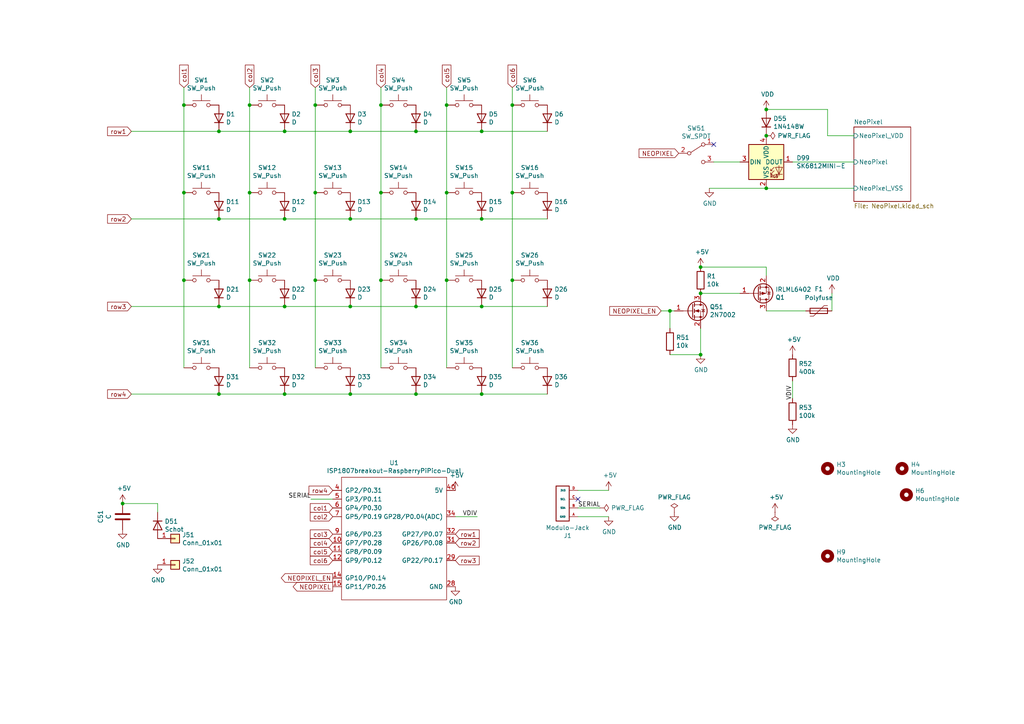
<source format=kicad_sch>
(kicad_sch (version 20211123) (generator eeschema)
  (paper "A4")
  (junction (at 139.7 63.5))
  (junction (at 101.6 114.3))
  (junction (at 120.65 88.9))
  (junction (at 203.2 85.09))
  (junction (at 120.65 63.5))
  (junction (at 101.6 38.1))
  (junction (at 82.55 88.9))
  (junction (at 72.39 81.28))
  (junction (at 82.55 114.3))
  (junction (at 91.44 55.88))
  (junction (at 222.25 54.61))
  (junction (at 72.39 30.48))
  (junction (at 101.6 63.5))
  (junction (at 63.5 38.1))
  (junction (at 110.49 55.88))
  (junction (at 129.54 55.88))
  (junction (at 63.5 114.3))
  (junction (at 120.65 114.3))
  (junction (at 72.39 55.88))
  (junction (at 194.31 90.17))
  (junction (at 139.7 88.9))
  (junction (at 120.65 38.1))
  (junction (at 203.2 102.87))
  (junction (at 53.34 81.28))
  (junction (at 203.2 77.47))
  (junction (at 53.34 30.48))
  (junction (at 63.5 88.9))
  (junction (at 63.5 63.5))
  (junction (at 129.54 81.28))
  (junction (at 110.49 30.48))
  (junction (at 82.55 38.1))
  (junction (at 148.59 30.48))
  (junction (at 91.44 30.48))
  (junction (at 82.55 63.5))
  (junction (at 35.56 146.05))
  (junction (at 148.59 81.28))
  (junction (at 53.34 55.88))
  (junction (at 101.6 88.9))
  (junction (at 91.44 81.28))
  (junction (at 222.25 31.75))
  (junction (at 148.59 55.88))
  (junction (at 110.49 81.28))
  (junction (at 222.25 39.37))
  (junction (at 129.54 30.48))
  (junction (at 139.7 114.3))
  (junction (at 139.7 38.1))
  (no_connect (at 167.64 144.78))
  (no_connect (at 207.01 41.91))
  (wire (pts (xy 240.03 31.75) (xy 240.03 39.37)))
  (wire (pts (xy 45.72 148.59) (xy 45.72 146.05)))
  (wire (pts (xy 203.2 85.09) (xy 214.63 85.09)))
  (wire (pts (xy 110.49 55.88) (xy 110.49 30.48)))
  (wire (pts (xy 101.6 88.9) (xy 82.55 88.9)))
  (wire (pts (xy 173.99 147.32) (xy 167.64 147.32)))
  (wire (pts (xy 167.64 149.86) (xy 176.53 149.86)))
  (wire (pts (xy 72.39 30.48) (xy 72.39 25.4)))
  (wire (pts (xy 91.44 55.88) (xy 91.44 81.28)))
  (wire (pts (xy 229.87 46.99) (xy 247.65 46.99)))
  (wire (pts (xy 53.34 30.48) (xy 53.34 55.88)))
  (wire (pts (xy 194.31 90.17) (xy 191.77 90.17)))
  (wire (pts (xy 110.49 30.48) (xy 110.49 25.4)))
  (wire (pts (xy 110.49 81.28) (xy 110.49 55.88)))
  (wire (pts (xy 35.56 146.05) (xy 45.72 146.05)))
  (wire (pts (xy 148.59 81.28) (xy 148.59 55.88)))
  (wire (pts (xy 63.5 88.9) (xy 38.1 88.9)))
  (wire (pts (xy 72.39 81.28) (xy 72.39 55.88)))
  (wire (pts (xy 72.39 106.68) (xy 72.39 81.28)))
  (wire (pts (xy 53.34 55.88) (xy 53.34 81.28)))
  (wire (pts (xy 91.44 25.4) (xy 91.44 30.48)))
  (wire (pts (xy 63.5 63.5) (xy 82.55 63.5)))
  (wire (pts (xy 120.65 114.3) (xy 139.7 114.3)))
  (wire (pts (xy 91.44 30.48) (xy 91.44 55.88)))
  (wire (pts (xy 148.59 30.48) (xy 148.59 25.4)))
  (wire (pts (xy 214.63 46.99) (xy 207.01 46.99)))
  (wire (pts (xy 229.87 110.49) (xy 229.87 115.57)))
  (wire (pts (xy 82.55 38.1) (xy 101.6 38.1)))
  (wire (pts (xy 222.25 90.17) (xy 233.68 90.17)))
  (wire (pts (xy 120.65 38.1) (xy 139.7 38.1)))
  (wire (pts (xy 203.2 95.25) (xy 203.2 102.87)))
  (wire (pts (xy 148.59 106.68) (xy 148.59 81.28)))
  (wire (pts (xy 82.55 63.5) (xy 101.6 63.5)))
  (wire (pts (xy 222.25 54.61) (xy 247.65 54.61)))
  (wire (pts (xy 203.2 102.87) (xy 194.31 102.87)))
  (wire (pts (xy 132.08 149.86) (xy 138.43 149.86)))
  (wire (pts (xy 129.54 55.88) (xy 129.54 81.28)))
  (wire (pts (xy 38.1 38.1) (xy 63.5 38.1)))
  (wire (pts (xy 63.5 38.1) (xy 82.55 38.1)))
  (wire (pts (xy 129.54 30.48) (xy 129.54 55.88)))
  (wire (pts (xy 205.74 54.61) (xy 222.25 54.61)))
  (wire (pts (xy 158.75 88.9) (xy 139.7 88.9)))
  (wire (pts (xy 139.7 114.3) (xy 158.75 114.3)))
  (wire (pts (xy 120.65 88.9) (xy 101.6 88.9)))
  (wire (pts (xy 82.55 88.9) (xy 63.5 88.9)))
  (wire (pts (xy 195.58 90.17) (xy 194.31 90.17)))
  (wire (pts (xy 241.3 90.17) (xy 241.3 85.09)))
  (wire (pts (xy 63.5 114.3) (xy 82.55 114.3)))
  (wire (pts (xy 101.6 114.3) (xy 120.65 114.3)))
  (wire (pts (xy 101.6 38.1) (xy 120.65 38.1)))
  (wire (pts (xy 139.7 63.5) (xy 158.75 63.5)))
  (wire (pts (xy 72.39 55.88) (xy 72.39 30.48)))
  (wire (pts (xy 148.59 55.88) (xy 148.59 30.48)))
  (wire (pts (xy 38.1 63.5) (xy 63.5 63.5)))
  (wire (pts (xy 240.03 39.37) (xy 247.65 39.37)))
  (wire (pts (xy 139.7 38.1) (xy 158.75 38.1)))
  (wire (pts (xy 38.1 114.3) (xy 63.5 114.3)))
  (wire (pts (xy 110.49 106.68) (xy 110.49 81.28)))
  (wire (pts (xy 129.54 81.28) (xy 129.54 106.68)))
  (wire (pts (xy 53.34 25.4) (xy 53.34 30.48)))
  (wire (pts (xy 96.52 144.78) (xy 90.17 144.78)))
  (wire (pts (xy 53.34 81.28) (xy 53.34 106.68)))
  (wire (pts (xy 101.6 63.5) (xy 120.65 63.5)))
  (wire (pts (xy 167.64 142.24) (xy 176.53 142.24)))
  (wire (pts (xy 194.31 95.25) (xy 194.31 90.17)))
  (wire (pts (xy 222.25 31.75) (xy 240.03 31.75)))
  (wire (pts (xy 139.7 88.9) (xy 120.65 88.9)))
  (wire (pts (xy 203.2 77.47) (xy 222.25 77.47)))
  (wire (pts (xy 82.55 114.3) (xy 101.6 114.3)))
  (wire (pts (xy 222.25 77.47) (xy 222.25 80.01)))
  (wire (pts (xy 91.44 81.28) (xy 91.44 106.68)))
  (wire (pts (xy 120.65 63.5) (xy 139.7 63.5)))
  (wire (pts (xy 129.54 25.4) (xy 129.54 30.48)))
  (label "VDIV" (at 138.43 149.86 180))
  (label "SERIAL" (at 167.64 147.32 0))
  (label "SERIAL" (at 90.17 144.78 180))
  (label "VDIV" (at 229.87 111.76 270))
  (global_label "NEOPIXEL_EN" (shape output) (at 96.52 167.64 180) (property "シート間のリファレンス" "${INTERSHEET_REFS}" (effects hide)))
  (global_label "row1" (shape input) (at 38.1 38.1 180) (property "シート間のリファレンス" "${INTERSHEET_REFS}" (effects hide)))
  (global_label "col4" (shape input) (at 110.49 25.4 90) (property "シート間のリファレンス" "${INTERSHEET_REFS}" (effects hide)))
  (global_label "col1" (shape input) (at 53.34 25.4 90) (property "シート間のリファレンス" "${INTERSHEET_REFS}" (effects hide)))
  (global_label "col6" (shape input) (at 96.52 162.56 180) (property "シート間のリファレンス" "${INTERSHEET_REFS}" (effects hide)))
  (global_label "col3" (shape input) (at 91.44 25.4 90) (property "シート間のリファレンス" "${INTERSHEET_REFS}" (effects hide)))
  (global_label "col4" (shape input) (at 96.52 157.48 180) (property "シート間のリファレンス" "${INTERSHEET_REFS}" (effects hide)))
  (global_label "NEOPIXEL" (shape input) (at 196.85 44.45 180) (property "シート間のリファレンス" "${INTERSHEET_REFS}" (effects hide)))
  (global_label "col5" (shape input) (at 96.52 160.02 180) (property "シート間のリファレンス" "${INTERSHEET_REFS}" (effects hide)))
  (global_label "row3" (shape input) (at 38.1 88.9 180) (property "シート間のリファレンス" "${INTERSHEET_REFS}" (effects hide)))
  (global_label "row4" (shape input) (at 38.1 114.3 180) (property "シート間のリファレンス" "${INTERSHEET_REFS}" (effects hide)))
  (global_label "row1" (shape input) (at 132.08 154.94 0) (property "シート間のリファレンス" "${INTERSHEET_REFS}" (effects hide)))
  (global_label "row3" (shape input) (at 132.08 162.56 0) (property "シート間のリファレンス" "${INTERSHEET_REFS}" (effects hide)))
  (global_label "row2" (shape input) (at 132.08 157.48 0) (property "シート間のリファレンス" "${INTERSHEET_REFS}" (effects hide)))
  (global_label "row4" (shape input) (at 96.52 142.24 180) (property "シート間のリファレンス" "${INTERSHEET_REFS}" (effects hide)))
  (global_label "row2" (shape input) (at 38.1 63.5 180) (property "シート間のリファレンス" "${INTERSHEET_REFS}" (effects hide)))
  (global_label "col1" (shape input) (at 96.52 147.32 180) (property "シート間のリファレンス" "${INTERSHEET_REFS}" (effects hide)))
  (global_label "col5" (shape input) (at 129.54 25.4 90) (property "シート間のリファレンス" "${INTERSHEET_REFS}" (effects hide)))
  (global_label "NEOPIXEL_EN" (shape input) (at 191.77 90.17 180) (property "シート間のリファレンス" "${INTERSHEET_REFS}" (effects hide)))
  (global_label "NEOPIXEL" (shape output) (at 96.52 170.18 180) (property "シート間のリファレンス" "${INTERSHEET_REFS}" (effects hide)))
  (global_label "col2" (shape input) (at 96.52 149.86 180) (property "シート間のリファレンス" "${INTERSHEET_REFS}" (effects hide)))
  (global_label "col2" (shape input) (at 72.39 25.4 90) (property "シート間のリファレンス" "${INTERSHEET_REFS}" (effects hide)))
  (global_label "col6" (shape input) (at 148.59 25.4 90) (property "シート間のリファレンス" "${INTERSHEET_REFS}" (effects hide)))
  (global_label "col3" (shape input) (at 96.52 154.94 180) (property "シート間のリファレンス" "${INTERSHEET_REFS}" (effects hide)))
  (symbol (lib_name "D_21") (lib_id "Device:D") (at 45.72 152.4 270) (unit 1)
    (property "Reference" "D51" (at 47.752 151.2316 90) (effects (justify left)))
    (property "Value" "Schot" (at 47.752 153.543 90) (effects (justify left)))
    (property "Footprint" "Diode_SMD:D_SOD-123" (effects hide))
  )
  (symbol (lib_name "GND_1") (lib_id "power:GND") (at 45.72 163.83 0) (unit 1)
    (property "Reference" "#PWR05" (effects hide))
    (property "Value" "GND" (at 45.847 168.2242 0))
  )
  (symbol (lib_name "SW_Push_3") (lib_id "Switch:SW_Push") (at 58.42 30.48 0) (unit 1)
    (property "Reference" "SW1" (at 58.42 23.241 0))
    (property "Value" "SW_Push" (at 58.42 25.5524 0))
    (property "Footprint" "lib:SW_Cherry_MX_1.00u_PCB_Normal" (effects hide))
  )
  (symbol (lib_name "D_1") (lib_id "Device:D") (at 63.5 34.29 90) (unit 1)
    (property "Reference" "D1" (at 65.532 33.1216 90) (effects (justify right)))
    (property "Value" "D" (at 65.532 35.433 90) (effects (justify right)))
    (property "Footprint" "Diode_SMD:D_SOD-123" (effects hide))
  )
  (symbol (lib_id "Mechanical:MountingHole") (at 240.03 161.29 0) (unit 1)
    (property "Reference" "H9" (at 242.57 160.1216 0) (effects (justify left)))
    (property "Value" "MountingHole" (at 242.57 162.433 0) (effects (justify left)))
    (property "Footprint" "lib:MountingHole_2.2mm_M2" (effects hide))
  )
  (symbol (lib_name "SW_Push_8") (lib_id "Switch:SW_Push") (at 77.47 30.48 0) (unit 1)
    (property "Reference" "SW2" (at 77.47 23.241 0))
    (property "Value" "SW_Push" (at 77.47 25.5524 0))
    (property "Footprint" "lib:SW_Cherry_MX_1.00u_PCB_Normal" (effects hide))
  )
  (symbol (lib_name "D_2") (lib_id "Device:D") (at 82.55 34.29 90) (unit 1)
    (property "Reference" "D2" (at 84.582 33.1216 90) (effects (justify right)))
    (property "Value" "D" (at 84.582 35.433 90) (effects (justify right)))
    (property "Footprint" "Diode_SMD:D_SOD-123" (effects hide))
  )
  (symbol (lib_name "SW_Push_1") (lib_id "Switch:SW_Push") (at 96.52 30.48 0) (unit 1)
    (property "Reference" "SW3" (at 96.52 23.241 0))
    (property "Value" "SW_Push" (at 96.52 25.5524 0))
    (property "Footprint" "lib:SW_Cherry_MX_1.00u_PCB_Normal" (effects hide))
  )
  (symbol (lib_name "D_6") (lib_id "Device:D") (at 101.6 34.29 90) (unit 1)
    (property "Reference" "D3" (at 103.632 33.1216 90) (effects (justify right)))
    (property "Value" "D" (at 103.632 35.433 90) (effects (justify right)))
    (property "Footprint" "Diode_SMD:D_SOD-123" (effects hide))
  )
  (symbol (lib_name "SW_Push_12") (lib_id "Switch:SW_Push") (at 115.57 30.48 0) (unit 1)
    (property "Reference" "SW4" (at 115.57 23.241 0))
    (property "Value" "SW_Push" (at 115.57 25.5524 0))
    (property "Footprint" "lib:SW_Cherry_MX_1.00u_PCB_Normal" (effects hide))
  )
  (symbol (lib_name "D_9") (lib_id "Device:D") (at 120.65 34.29 90) (unit 1)
    (property "Reference" "D4" (at 122.682 33.1216 90) (effects (justify right)))
    (property "Value" "D" (at 122.682 35.433 90) (effects (justify right)))
    (property "Footprint" "Diode_SMD:D_SOD-123" (effects hide))
  )
  (symbol (lib_name "SW_Push_11") (lib_id "Switch:SW_Push") (at 134.62 30.48 0) (unit 1)
    (property "Reference" "SW5" (at 134.62 23.241 0))
    (property "Value" "SW_Push" (at 134.62 25.5524 0))
    (property "Footprint" "lib:SW_Cherry_MX_1.00u_PCB_Normal" (effects hide))
  )
  (symbol (lib_name "D_5") (lib_id "Device:D") (at 139.7 34.29 90) (unit 1)
    (property "Reference" "D5" (at 141.732 33.1216 90) (effects (justify right)))
    (property "Value" "D" (at 141.732 35.433 90) (effects (justify right)))
    (property "Footprint" "Diode_SMD:D_SOD-123" (effects hide))
  )
  (symbol (lib_name "SW_Push_13") (lib_id "Switch:SW_Push") (at 153.67 30.48 0) (unit 1)
    (property "Reference" "SW6" (at 153.67 23.241 0))
    (property "Value" "SW_Push" (at 153.67 25.5524 0))
    (property "Footprint" "lib:SW_Cherry_MX_1.00u_PCB_Normal" (effects hide))
  )
  (symbol (lib_name "D_4") (lib_id "Device:D") (at 158.75 34.29 90) (unit 1)
    (property "Reference" "D6" (at 160.782 33.1216 90) (effects (justify right)))
    (property "Value" "D" (at 160.782 35.433 90) (effects (justify right)))
    (property "Footprint" "Diode_SMD:D_SOD-123" (effects hide))
  )
  (symbol (lib_id "Device:C") (at 35.56 149.86 0) (unit 1)
    (property "Reference" "C51" (at 29.1592 149.86 90))
    (property "Value" "C" (at 31.4706 149.86 90))
    (property "Footprint" "Capacitor_SMD:C_1206_3216Metric_Pad1.33x1.80mm_HandSolder" (effects hide))
  )
  (symbol (lib_name "SW_Push_21") (lib_id "Switch:SW_Push") (at 58.42 55.88 0) (unit 1)
    (property "Reference" "SW11" (at 58.42 48.641 0))
    (property "Value" "SW_Push" (at 58.42 50.9524 0))
    (property "Footprint" "lib:SW_Cherry_MX_1.00u_PCB_Normal" (effects hide))
  )
  (symbol (lib_name "D_18") (lib_id "Device:D") (at 63.5 59.69 90) (unit 1)
    (property "Reference" "D11" (at 65.532 58.5216 90) (effects (justify right)))
    (property "Value" "D" (at 65.532 60.833 90) (effects (justify right)))
    (property "Footprint" "Diode_SMD:D_SOD-123" (effects hide))
  )
  (symbol (lib_name "SW_Push_2") (lib_id "Switch:SW_Push") (at 77.47 55.88 0) (unit 1)
    (property "Reference" "SW12" (at 77.47 48.641 0))
    (property "Value" "SW_Push" (at 77.47 50.9524 0))
    (property "Footprint" "lib:SW_Cherry_MX_1.00u_PCB_Normal" (effects hide))
  )
  (symbol (lib_name "D_3") (lib_id "Device:D") (at 82.55 59.69 90) (unit 1)
    (property "Reference" "D12" (at 84.582 58.5216 90) (effects (justify right)))
    (property "Value" "D" (at 84.582 60.833 90) (effects (justify right)))
    (property "Footprint" "Diode_SMD:D_SOD-123" (effects hide))
  )
  (symbol (lib_name "SW_Push_4") (lib_id "Switch:SW_Push") (at 96.52 55.88 0) (unit 1)
    (property "Reference" "SW13" (at 96.52 48.641 0))
    (property "Value" "SW_Push" (at 96.52 50.9524 0))
    (property "Footprint" "lib:SW_Cherry_MX_1.00u_PCB_Normal" (effects hide))
  )
  (symbol (lib_name "D_12") (lib_id "Device:D") (at 101.6 59.69 90) (unit 1)
    (property "Reference" "D13" (at 103.632 58.5216 90) (effects (justify right)))
    (property "Value" "D" (at 103.632 60.833 90) (effects (justify right)))
    (property "Footprint" "Diode_SMD:D_SOD-123" (effects hide))
  )
  (symbol (lib_name "SW_Push_9") (lib_id "Switch:SW_Push") (at 115.57 55.88 0) (unit 1)
    (property "Reference" "SW14" (at 115.57 48.641 0))
    (property "Value" "SW_Push" (at 115.57 50.9524 0))
    (property "Footprint" "lib:SW_Cherry_MX_1.00u_PCB_Normal" (effects hide))
  )
  (symbol (lib_name "D_7") (lib_id "Device:D") (at 120.65 59.69 90) (unit 1)
    (property "Reference" "D14" (at 122.682 58.5216 90) (effects (justify right)))
    (property "Value" "D" (at 122.682 60.833 90) (effects (justify right)))
    (property "Footprint" "Diode_SMD:D_SOD-123" (effects hide))
  )
  (symbol (lib_name "SW_Push_10") (lib_id "Switch:SW_Push") (at 134.62 55.88 0) (unit 1)
    (property "Reference" "SW15" (at 134.62 48.641 0))
    (property "Value" "SW_Push" (at 134.62 50.9524 0))
    (property "Footprint" "lib:SW_Cherry_MX_1.00u_PCB_Normal" (effects hide))
  )
  (symbol (lib_name "D_8") (lib_id "Device:D") (at 139.7 59.69 90) (unit 1)
    (property "Reference" "D15" (at 141.732 58.5216 90) (effects (justify right)))
    (property "Value" "D" (at 141.732 60.833 90) (effects (justify right)))
    (property "Footprint" "Diode_SMD:D_SOD-123" (effects hide))
  )
  (symbol (lib_name "SW_Push_18") (lib_id "Switch:SW_Push") (at 153.67 55.88 0) (unit 1)
    (property "Reference" "SW16" (at 153.67 48.641 0))
    (property "Value" "SW_Push" (at 153.67 50.9524 0))
    (property "Footprint" "lib:SW_Cherry_MX_1.00u_PCB_Normal" (effects hide))
  )
  (symbol (lib_name "D_13") (lib_id "Device:D") (at 158.75 59.69 90) (unit 1)
    (property "Reference" "D16" (at 160.782 58.5216 90) (effects (justify right)))
    (property "Value" "D" (at 160.782 60.833 90) (effects (justify right)))
    (property "Footprint" "Diode_SMD:D_SOD-123" (effects hide))
  )
  (symbol (lib_name "GND_2") (lib_id "power:GND") (at 35.56 153.67 0) (unit 1)
    (property "Reference" "#PWR015" (effects hide))
    (property "Value" "GND" (at 35.687 158.0642 0))
  )
  (symbol (lib_name "SW_Push_6") (lib_id "Switch:SW_Push") (at 58.42 81.28 0) (unit 1)
    (property "Reference" "SW21" (at 58.42 74.041 0))
    (property "Value" "SW_Push" (at 58.42 76.3524 0))
    (property "Footprint" "lib:SW_Cherry_MX_1.00u_PCB_Normal" (effects hide))
  )
  (symbol (lib_name "D_19") (lib_id "Device:D") (at 63.5 85.09 90) (unit 1)
    (property "Reference" "D21" (at 65.532 83.9216 90) (effects (justify right)))
    (property "Value" "D" (at 65.532 86.233 90) (effects (justify right)))
    (property "Footprint" "Diode_SMD:D_SOD-123" (effects hide))
  )
  (symbol (lib_name "SW_Push_7") (lib_id "Switch:SW_Push") (at 77.47 81.28 0) (unit 1)
    (property "Reference" "SW22" (at 77.47 74.041 0))
    (property "Value" "SW_Push" (at 77.47 76.3524 0))
    (property "Footprint" "lib:SW_Cherry_MX_1.00u_PCB_Normal" (effects hide))
  )
  (symbol (lib_name "D_20") (lib_id "Device:D") (at 82.55 85.09 90) (unit 1)
    (property "Reference" "D22" (at 84.582 83.9216 90) (effects (justify right)))
    (property "Value" "D" (at 84.582 86.233 90) (effects (justify right)))
    (property "Footprint" "Diode_SMD:D_SOD-123" (effects hide))
  )
  (symbol (lib_name "SW_Push_5") (lib_id "Switch:SW_Push") (at 96.52 81.28 0) (unit 1)
    (property "Reference" "SW23" (at 96.52 74.041 0))
    (property "Value" "SW_Push" (at 96.52 76.3524 0))
    (property "Footprint" "lib:SW_Cherry_MX_1.00u_PCB_Normal" (effects hide))
  )
  (symbol (lib_name "D_14") (lib_id "Device:D") (at 101.6 85.09 90) (unit 1)
    (property "Reference" "D23" (at 103.632 83.9216 90) (effects (justify right)))
    (property "Value" "D" (at 103.632 86.233 90) (effects (justify right)))
    (property "Footprint" "Diode_SMD:D_SOD-123" (effects hide))
  )
  (symbol (lib_name "SW_Push_19") (lib_id "Switch:SW_Push") (at 115.57 81.28 0) (unit 1)
    (property "Reference" "SW24" (at 115.57 74.041 0))
    (property "Value" "SW_Push" (at 115.57 76.3524 0))
    (property "Footprint" "lib:SW_Cherry_MX_1.00u_PCB_Normal" (effects hide))
  )
  (symbol (lib_name "D_17") (lib_id "Device:D") (at 120.65 85.09 90) (unit 1)
    (property "Reference" "D24" (at 122.682 83.9216 90) (effects (justify right)))
    (property "Value" "D" (at 122.682 86.233 90) (effects (justify right)))
    (property "Footprint" "Diode_SMD:D_SOD-123" (effects hide))
  )
  (symbol (lib_name "SW_Push_17") (lib_id "Switch:SW_Push") (at 134.62 81.28 0) (unit 1)
    (property "Reference" "SW25" (at 134.62 74.041 0))
    (property "Value" "SW_Push" (at 134.62 76.3524 0))
    (property "Footprint" "lib:SW_Cherry_MX_1.00u_PCB_Normal" (effects hide))
  )
  (symbol (lib_name "D_16") (lib_id "Device:D") (at 139.7 85.09 90) (unit 1)
    (property "Reference" "D25" (at 141.732 83.9216 90) (effects (justify right)))
    (property "Value" "D" (at 141.732 86.233 90) (effects (justify right)))
    (property "Footprint" "Diode_SMD:D_SOD-123" (effects hide))
  )
  (symbol (lib_name "SW_Push_20") (lib_id "Switch:SW_Push") (at 153.67 81.28 0) (unit 1)
    (property "Reference" "SW26" (at 153.67 74.041 0))
    (property "Value" "SW_Push" (at 153.67 76.3524 0))
    (property "Footprint" "lib:SW_Cherry_MX_1.00u_PCB_Normal" (effects hide))
  )
  (symbol (lib_name "D_15") (lib_id "Device:D") (at 158.75 85.09 90) (unit 1)
    (property "Reference" "D26" (at 160.782 83.9216 90) (effects (justify right)))
    (property "Value" "D" (at 160.782 86.233 90) (effects (justify right)))
    (property "Footprint" "Diode_SMD:D_SOD-123" (effects hide))
  )
  (symbol (lib_name "SW_Push_16") (lib_id "Switch:SW_Push") (at 58.42 106.68 0) (unit 1)
    (property "Reference" "SW31" (at 58.42 99.441 0))
    (property "Value" "SW_Push" (at 58.42 101.7524 0))
    (property "Footprint" "lib:SW_Cherry_MX_1.00u_PCB_Normal" (effects hide))
  )
  (symbol (lib_name "D_10") (lib_id "Device:D") (at 63.5 110.49 90) (unit 1)
    (property "Reference" "D31" (at 65.532 109.3216 90) (effects (justify right)))
    (property "Value" "D" (at 65.532 111.633 90) (effects (justify right)))
    (property "Footprint" "Diode_SMD:D_SOD-123" (effects hide))
  )
  (symbol (lib_name "SW_Push_15") (lib_id "Switch:SW_Push") (at 77.47 106.68 0) (unit 1)
    (property "Reference" "SW32" (at 77.47 99.441 0))
    (property "Value" "SW_Push" (at 77.47 101.7524 0))
    (property "Footprint" "lib:SW_Cherry_MX_1.00u_PCB_Normal" (effects hide))
  )
  (symbol (lib_name "D_11") (lib_id "Device:D") (at 82.55 110.49 90) (unit 1)
    (property "Reference" "D32" (at 84.582 109.3216 90) (effects (justify right)))
    (property "Value" "D" (at 84.582 111.633 90) (effects (justify right)))
    (property "Footprint" "Diode_SMD:D_SOD-123" (effects hide))
  )
  (symbol (lib_name "SW_Push_14") (lib_id "Switch:SW_Push") (at 96.52 106.68 0) (unit 1)
    (property "Reference" "SW33" (at 96.52 99.441 0))
    (property "Value" "SW_Push" (at 96.52 101.7524 0))
    (property "Footprint" "lib:SW_Cherry_MX_1.00u_PCB_Normal" (effects hide))
  )
  (symbol (lib_name "D_22") (lib_id "Device:D") (at 101.6 110.49 90) (unit 1)
    (property "Reference" "D33" (at 103.632 109.3216 90) (effects (justify right)))
    (property "Value" "D" (at 103.632 111.633 90) (effects (justify right)))
    (property "Footprint" "Diode_SMD:D_SOD-123" (effects hide))
  )
  (symbol (lib_name "SW_Push_23") (lib_id "Switch:SW_Push") (at 115.57 106.68 0) (unit 1)
    (property "Reference" "SW34" (at 115.57 99.441 0))
    (property "Value" "SW_Push" (at 115.57 101.7524 0))
    (property "Footprint" "lib:SW_Cherry_MX_1.00u_PCB_Normal" (effects hide))
  )
  (symbol (lib_name "D_24") (lib_id "Device:D") (at 120.65 110.49 90) (unit 1)
    (property "Reference" "D34" (at 122.682 109.3216 90) (effects (justify right)))
    (property "Value" "D" (at 122.682 111.633 90) (effects (justify right)))
    (property "Footprint" "Diode_SMD:D_SOD-123" (effects hide))
  )
  (symbol (lib_name "SW_Push_22") (lib_id "Switch:SW_Push") (at 134.62 106.68 0) (unit 1)
    (property "Reference" "SW35" (at 134.62 99.441 0))
    (property "Value" "SW_Push" (at 134.62 101.7524 0))
    (property "Footprint" "lib:SW_Cherry_MX_1.00u_PCB_Normal" (effects hide))
  )
  (symbol (lib_name "D_23") (lib_id "Device:D") (at 139.7 110.49 90) (unit 1)
    (property "Reference" "D35" (at 141.732 109.3216 90) (effects (justify right)))
    (property "Value" "D" (at 141.732 111.633 90) (effects (justify right)))
    (property "Footprint" "Diode_SMD:D_SOD-123" (effects hide))
  )
  (symbol (lib_id "Switch:SW_Push") (at 153.67 106.68 0) (unit 1)
    (property "Reference" "SW36" (at 153.67 99.441 0))
    (property "Value" "SW_Push" (at 153.67 101.7524 0))
    (property "Footprint" "lib:SW_Cherry_MX_1.00u_PCB_Normal" (effects hide))
  )
  (symbol (lib_name "D_25") (lib_id "Device:D") (at 158.75 110.49 90) (unit 1)
    (property "Reference" "D36" (at 160.782 109.3216 90) (effects (justify right)))
    (property "Value" "D" (at 160.782 111.633 90) (effects (justify right)))
    (property "Footprint" "Diode_SMD:D_SOD-123" (effects hide))
  )
  (symbol (lib_name "GND_6") (lib_id "power:GND") (at 195.58 148.59 0) (unit 1)
    (property "Reference" "#PWR0101" (effects hide))
    (property "Value" "GND" (at 195.707 152.9842 0))
  )
  (symbol (lib_name "+5V_3") (lib_id "power:+5V") (at 224.79 148.59 0) (unit 1)
    (property "Reference" "#PWR0103" (effects hide))
    (property "Value" "+5V" (at 225.171 144.1958 0))
  )
  (symbol (lib_name "PWR_FLAG_3") (lib_id "power:PWR_FLAG") (at 195.58 148.59 0) (unit 1)
    (property "Reference" "#FLG0101" (effects hide))
    (property "Value" "PWR_FLAG" (at 195.58 144.1958 0))
  )
  (symbol (lib_name "PWR_FLAG_2") (lib_id "power:PWR_FLAG") (at 224.79 148.59 180) (unit 1)
    (property "Reference" "#FLG0103" (effects hide))
    (property "Value" "PWR_FLAG" (at 224.79 152.9842 0))
  )
  (symbol (lib_name "MountingHole_1") (lib_id "Mechanical:MountingHole") (at 240.03 135.89 0) (unit 1)
    (property "Reference" "H3" (at 242.57 134.7216 0) (effects (justify left)))
    (property "Value" "MountingHole" (at 242.57 137.033 0) (effects (justify left)))
    (property "Footprint" "lib:MountingHole_2.2mm_M2" (effects hide))
  )
  (symbol (lib_name "MountingHole_2") (lib_id "Mechanical:MountingHole") (at 261.62 135.89 0) (unit 1)
    (property "Reference" "H4" (at 264.16 134.7216 0) (effects (justify left)))
    (property "Value" "MountingHole" (at 264.16 137.033 0) (effects (justify left)))
    (property "Footprint" "lib:MountingHole_2.2mm_M2" (effects hide))
  )
  (symbol (lib_name "MountingHole_3") (lib_id "Mechanical:MountingHole") (at 262.89 143.51 0) (unit 1)
    (property "Reference" "H6" (at 265.43 142.3416 0) (effects (justify left)))
    (property "Value" "MountingHole" (at 265.43 144.653 0) (effects (justify left)))
    (property "Footprint" "lib:MountingHole_2.2mm_M2" (effects hide))
  )
  (symbol (lib_name "+5V_1") (lib_id "power:+5V") (at 35.56 146.05 0) (unit 1)
    (property "Reference" "#PWR02" (effects hide))
    (property "Value" "+5V" (at 35.941 141.6558 0))
  )
  (symbol (lib_id "Transistor_FET:2N7002K") (at 200.66 90.17 0) (unit 1)
    (property "Reference" "Q51" (at 205.8416 89.0016 0) (effects (justify left)))
    (property "Value" "2N7002" (at 205.8416 91.313 0) (effects (justify left)))
    (property "Footprint" "Package_TO_SOT_SMD:SOT-23" (effects hide))
    (property "Datasheet" "https://www.diodes.com/assets/Datasheets/ds30896.pdf" (effects hide))
  )
  (symbol (lib_name "GND_5") (lib_id "power:GND") (at 229.87 123.19 0) (unit 1)
    (property "Reference" "#PWR054" (effects hide))
    (property "Value" "GND" (at 229.997 127.5842 0))
  )
  (symbol (lib_name "R_3") (lib_id "Device:R") (at 229.87 119.38 0) (unit 1)
    (property "Reference" "R53" (at 231.648 118.2116 0) (effects (justify left)))
    (property "Value" "100k" (at 231.648 120.523 0) (effects (justify left)))
    (property "Footprint" "Resistor_SMD:R_1206_3216Metric_Pad1.30x1.75mm_HandSolder" (effects hide))
  )
  (symbol (lib_id "Device:R") (at 229.87 106.68 0) (unit 1)
    (property "Reference" "R52" (at 231.648 105.5116 0) (effects (justify left)))
    (property "Value" "400k" (at 231.648 107.823 0) (effects (justify left)))
    (property "Footprint" "Resistor_SMD:R_1206_3216Metric_Pad1.30x1.75mm_HandSolder" (effects hide))
  )
  (symbol (lib_name "+5V_4") (lib_id "power:+5V") (at 229.87 102.87 0) (unit 1)
    (property "Reference" "#PWR053" (effects hide))
    (property "Value" "+5V" (at 230.251 98.4758 0))
  )
  (symbol (lib_name "GND_3") (lib_id "power:GND") (at 205.74 54.61 0) (unit 1)
    (property "Reference" "#PWR052" (effects hide))
    (property "Value" "GND" (at 205.867 59.0042 0))
  )
  (symbol (lib_id "SK6812MINI-E:SK6812MINI-E") (at 222.25 46.99 0) (unit 1)
    (property "Reference" "D99" (at 230.9876 45.8216 0) (effects (justify left)))
    (property "Value" "SK6812MINI-E" (at 230.9876 48.133 0) (effects (justify left)))
    (property "Footprint" "lib:SK6812MINI-E_NoSilk-dril" (effects hide))
    (property "Datasheet" "https://cdn-shop.adafruit.com/product-files/2686/SK6812MINI_REV.01-1-2.pdf" (effects hide))
  )
  (symbol (lib_name "R_2") (lib_id "Device:R") (at 194.31 99.06 0) (unit 1)
    (property "Reference" "R51" (at 196.088 97.8916 0) (effects (justify left)))
    (property "Value" "10k" (at 196.088 100.203 0) (effects (justify left)))
    (property "Footprint" "Resistor_SMD:R_1206_3216Metric_Pad1.30x1.75mm_HandSolder" (effects hide))
  )
  (symbol (lib_id "Switch:SW_SPDT") (at 201.93 44.45 0) (unit 1)
    (property "Reference" "SW51" (at 201.93 37.211 0))
    (property "Value" "SW_SPDT" (at 201.93 39.5224 0))
    (property "Footprint" "lib:SlideSwitch_SS-12D00" (effects hide))
  )
  (symbol (lib_name "PWR_FLAG_1") (lib_id "power:PWR_FLAG") (at 222.25 39.37 270) (unit 1)
    (property "Reference" "#FLG0102" (effects hide))
    (property "Value" "PWR_FLAG" (at 225.5012 39.37 90) (effects (justify left)))
  )
  (symbol (lib_id "power:PWR_FLAG") (at 173.99 147.32 270) (unit 1)
    (property "Reference" "#FLG0104" (effects hide))
    (property "Value" "PWR_FLAG" (at 177.2412 147.32 90) (effects (justify left)))
  )
  (symbol (lib_id "Device:D") (at 222.25 35.56 90) (unit 1)
    (property "Reference" "D55" (at 224.282 34.3916 90) (effects (justify right)))
    (property "Value" "1N4148W" (at 224.282 36.703 90) (effects (justify right)))
    (property "Footprint" "Diode_SMD:D_SOD-123" (effects hide))
  )
  (symbol (lib_id "Connector_Generic:Conn_01x01") (at 50.8 156.21 0) (unit 1)
    (property "Reference" "J51" (at 52.832 155.1432 0) (effects (justify left)))
    (property "Value" "Conn_01x01" (at 52.832 157.4546 0) (effects (justify left)))
    (property "Footprint" "TestPoint:TestPoint_THTPad_2.0x2.0mm_Drill1.0mm" (effects hide))
  )
  (symbol (lib_name "Conn_01x01_1") (lib_id "Connector_Generic:Conn_01x01") (at 50.8 163.83 0) (unit 1)
    (property "Reference" "J52" (at 52.832 162.7632 0) (effects (justify left)))
    (property "Value" "Conn_01x01" (at 52.832 165.0746 0) (effects (justify left)))
    (property "Footprint" "TestPoint:TestPoint_THTPad_D2.0mm_Drill1.0mm" (effects hide))
  )
  (symbol (lib_id "power:GND") (at 132.08 170.18 0) (unit 1)
    (property "Reference" "#PWR03" (effects hide))
    (property "Value" "GND" (at 132.207 174.5742 0))
  )
  (symbol (lib_name "+5V_5") (lib_id "power:+5V") (at 132.08 142.24 0) (unit 1)
    (property "Reference" "#PWR01" (effects hide))
    (property "Value" "+5V" (at 132.461 137.8458 0))
  )
  (symbol (lib_id "ISP1807breakout-RaspberryPiPico-Dual:ISP1807breakout-RaspberryPiPico-Dual") (at 114.3 153.67 0) (unit 1)
    (property "Reference" "U1" (at 114.3 134.239 0))
    (property "Value" "ISP1807breakout-RaspberryPiPico-Dual" (at 114.3 136.5504 0))
    (property "Footprint" "lib:ISP1807breakout-RaspberryPiPico-Dual" (effects hide))
  )
  (symbol (lib_name "VDD_1") (lib_id "power:VDD") (at 222.25 31.75 0) (unit 1)
    (property "Reference" "#PWR07" (effects hide))
    (property "Value" "VDD" (at 222.631 27.3558 0))
  )
  (symbol (lib_id "myLib:Modulo-Jack") (at 165.1 146.05 0) (mirror x) (unit 1)
    (property "Reference" "J1" (at 164.6428 155.3718 0))
    (property "Value" "Modulo-Jack" (at 164.6428 153.0604 0))
    (property "Footprint" "lib:PJ-320D" (effects hide))
  )
  (symbol (lib_name "GND_7") (lib_id "power:GND") (at 176.53 149.86 0) (unit 1)
    (property "Reference" "#PWR06" (effects hide))
    (property "Value" "GND" (at 176.657 154.2542 0))
  )
  (symbol (lib_id "power:+5V") (at 176.53 142.24 0) (unit 1)
    (property "Reference" "#PWR04" (effects hide))
    (property "Value" "+5V" (at 176.911 137.8458 0))
  )
  (symbol (lib_name "GND_4") (lib_id "power:GND") (at 203.2 102.87 0) (unit 1)
    (property "Reference" "#PWR010" (effects hide))
    (property "Value" "GND" (at 203.327 107.2642 0))
  )
  (symbol (lib_id "Transistor_FET:IRLML6402") (at 219.71 85.09 0) (mirror x) (unit 1)
    (property "Reference" "Q1" (at 224.8916 86.2584 0) (effects (justify left)))
    (property "Value" "IRLML6402" (at 224.8916 83.947 0) (effects (justify left)))
    (property "Footprint" "Package_TO_SOT_SMD:SOT-23" (effects hide))
    (property "Datasheet" "https://www.infineon.com/dgdl/irlml6402pbf.pdf?fileId=5546d462533600a401535668d5c2263c" (effects hide))
  )
  (symbol (lib_name "+5V_2") (lib_id "power:+5V") (at 203.2 77.47 0) (unit 1)
    (property "Reference" "#PWR08" (effects hide))
    (property "Value" "+5V" (at 203.581 73.0758 0))
  )
  (symbol (lib_name "R_1") (lib_id "Device:R") (at 203.2 81.28 0) (unit 1)
    (property "Reference" "R1" (at 204.978 80.1116 0) (effects (justify left)))
    (property "Value" "10k" (at 204.978 82.423 0) (effects (justify left)))
    (property "Footprint" "Resistor_SMD:R_1206_3216Metric_Pad1.30x1.75mm_HandSolder" (effects hide))
  )
  (symbol (lib_id "power:VDD") (at 241.3 85.09 0) (unit 1)
    (property "Reference" "#PWR09" (effects hide))
    (property "Value" "VDD" (at 241.681 80.6958 0))
  )
  (symbol (lib_id "Device:Polyfuse") (at 237.49 90.17 90) (unit 1)
    (property "Reference" "F1" (at 237.49 83.82 90))
    (property "Value" "Polyfuse" (at 237.49 86.36 90))
    (property "Footprint" "Fuse:Fuse_0805_2012Metric_Pad1.15x1.40mm_HandSolder" (effects hide))
  )
  (sheet (at 247.65 36.83) (size 16.51 21.59)
    (property "Sheet name" "NeoPixel" (at 247.65 36.1184 0) (effects (justify left bottom)))
    (property "Sheet file" "NeoPixel.kicad_sch" (at 247.65 59.0046 0) (effects (justify left top)))
    (pin "NeoPixel" input (at 247.65 46.99 180))
    (pin "NeoPixel_VDD" input (at 247.65 39.37 180))
    (pin "NeoPixel_VSS" input (at 247.65 54.61 180))
  )
)
</source>
